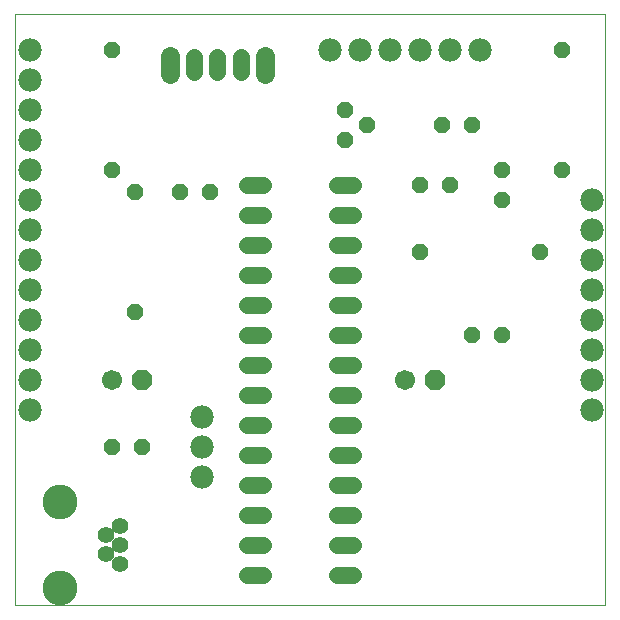
<source format=gbs>
G75*
%MOIN*%
%OFA0B0*%
%FSLAX25Y25*%
%IPPOS*%
%LPD*%
%AMOC8*
5,1,8,0,0,1.08239X$1,22.5*
%
%ADD10C,0.00000*%
%ADD11C,0.07800*%
%ADD12OC8,0.05600*%
%ADD13C,0.06700*%
%ADD14OC8,0.06700*%
%ADD15C,0.05550*%
%ADD16C,0.11620*%
%ADD17C,0.05600*%
%ADD18C,0.05550*%
%ADD19C,0.06337*%
D10*
X0001800Y0001800D02*
X0001800Y0198650D01*
X0198650Y0198650D01*
X0198650Y0001800D01*
X0001800Y0001800D01*
D11*
X0064300Y0044300D03*
X0064300Y0054300D03*
X0064300Y0064300D03*
X0006800Y0066800D03*
X0006800Y0076800D03*
X0006800Y0086800D03*
X0006800Y0096800D03*
X0006800Y0106800D03*
X0006800Y0116800D03*
X0006800Y0126800D03*
X0006800Y0136800D03*
X0006800Y0146800D03*
X0006800Y0156800D03*
X0006800Y0166800D03*
X0006800Y0176800D03*
X0006800Y0186800D03*
X0106800Y0186800D03*
X0116800Y0186800D03*
X0126800Y0186800D03*
X0136800Y0186800D03*
X0146800Y0186800D03*
X0156800Y0186800D03*
X0194300Y0136800D03*
X0194300Y0126800D03*
X0194300Y0116800D03*
X0194300Y0106800D03*
X0194300Y0096800D03*
X0194300Y0086800D03*
X0194300Y0076800D03*
X0194300Y0066800D03*
D12*
X0164300Y0091800D03*
X0154300Y0091800D03*
X0136800Y0119300D03*
X0136800Y0141800D03*
X0146800Y0141800D03*
X0164300Y0136800D03*
X0164300Y0146800D03*
X0154300Y0161800D03*
X0144300Y0161800D03*
X0119300Y0161800D03*
X0111800Y0156800D03*
X0111800Y0166800D03*
X0066800Y0139300D03*
X0056800Y0139300D03*
X0041800Y0139300D03*
X0034300Y0146800D03*
X0034300Y0186800D03*
X0041800Y0099300D03*
X0044300Y0054300D03*
X0034300Y0054300D03*
X0176800Y0119300D03*
X0184300Y0146800D03*
X0184300Y0186800D03*
D13*
X0131800Y0076800D03*
X0034300Y0076800D03*
D14*
X0044300Y0076800D03*
X0141800Y0076800D03*
D15*
X0036879Y0028099D03*
X0032154Y0024950D03*
X0036879Y0021800D03*
X0032154Y0018650D03*
X0036879Y0015501D03*
D16*
X0016800Y0007430D03*
X0016800Y0036170D03*
D17*
X0079200Y0031800D02*
X0084400Y0031800D01*
X0084400Y0021800D02*
X0079200Y0021800D01*
X0079200Y0011800D02*
X0084400Y0011800D01*
X0109200Y0011800D02*
X0114400Y0011800D01*
X0114400Y0021800D02*
X0109200Y0021800D01*
X0109200Y0031800D02*
X0114400Y0031800D01*
X0114400Y0041800D02*
X0109200Y0041800D01*
X0109200Y0051800D02*
X0114400Y0051800D01*
X0114400Y0061800D02*
X0109200Y0061800D01*
X0109200Y0071800D02*
X0114400Y0071800D01*
X0114400Y0081800D02*
X0109200Y0081800D01*
X0109200Y0091800D02*
X0114400Y0091800D01*
X0114400Y0101800D02*
X0109200Y0101800D01*
X0109200Y0111800D02*
X0114400Y0111800D01*
X0114400Y0121800D02*
X0109200Y0121800D01*
X0109200Y0131800D02*
X0114400Y0131800D01*
X0114400Y0141800D02*
X0109200Y0141800D01*
X0084400Y0141800D02*
X0079200Y0141800D01*
X0079200Y0131800D02*
X0084400Y0131800D01*
X0084400Y0121800D02*
X0079200Y0121800D01*
X0079200Y0111800D02*
X0084400Y0111800D01*
X0084400Y0101800D02*
X0079200Y0101800D01*
X0079200Y0091800D02*
X0084400Y0091800D01*
X0084400Y0081800D02*
X0079200Y0081800D01*
X0079200Y0071800D02*
X0084400Y0071800D01*
X0084400Y0061800D02*
X0079200Y0061800D01*
X0079200Y0051800D02*
X0084400Y0051800D01*
X0084400Y0041800D02*
X0079200Y0041800D01*
D18*
X0077174Y0179225D02*
X0077174Y0184375D01*
X0069300Y0184375D02*
X0069300Y0179225D01*
X0061426Y0179225D02*
X0061426Y0184375D01*
D19*
X0053552Y0184769D02*
X0053552Y0178831D01*
X0085048Y0178831D02*
X0085048Y0184769D01*
M02*

</source>
